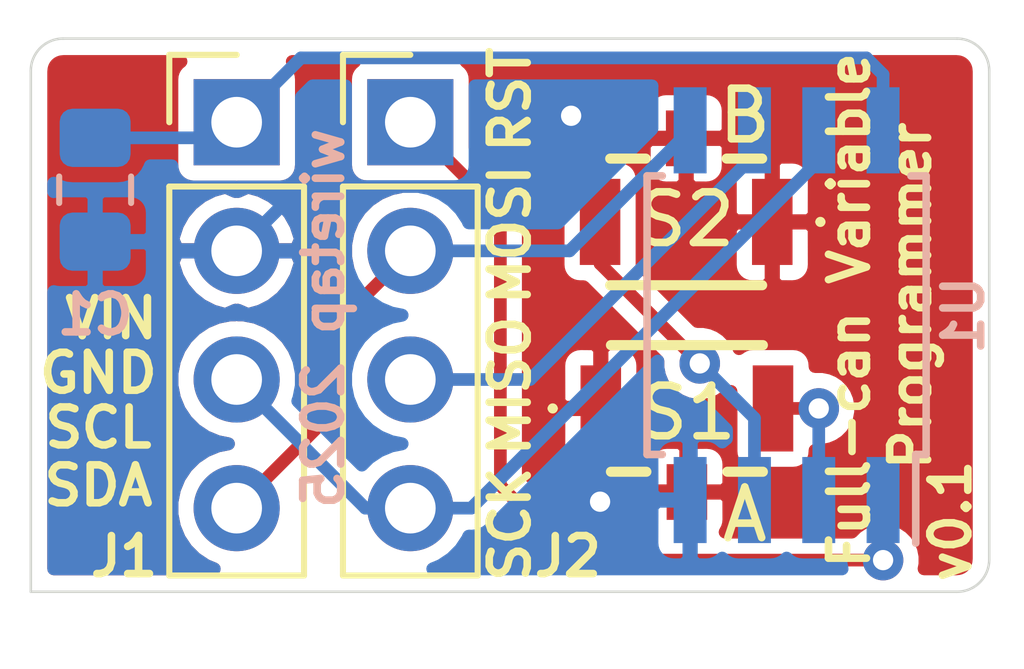
<source format=kicad_pcb>
(kicad_pcb (version 20171130) (host pcbnew "(5.1.6)-1")

  (general
    (thickness 1.6)
    (drawings 20)
    (tracks 42)
    (zones 0)
    (modules 6)
    (nets 9)
  )

  (page A4)
  (layers
    (0 F.Cu signal)
    (31 B.Cu signal)
    (32 B.Adhes user)
    (33 F.Adhes user)
    (34 B.Paste user)
    (35 F.Paste user)
    (36 B.SilkS user)
    (37 F.SilkS user)
    (38 B.Mask user)
    (39 F.Mask user)
    (40 Dwgs.User user)
    (41 Cmts.User user)
    (42 Eco1.User user)
    (43 Eco2.User user)
    (44 Edge.Cuts user)
    (45 Margin user)
    (46 B.CrtYd user)
    (47 F.CrtYd user)
    (48 B.Fab user)
    (49 F.Fab user)
  )

  (setup
    (last_trace_width 0.25)
    (trace_clearance 0.2)
    (zone_clearance 0.508)
    (zone_45_only no)
    (trace_min 0.2)
    (via_size 0.8)
    (via_drill 0.4)
    (via_min_size 0.4)
    (via_min_drill 0.3)
    (uvia_size 0.3)
    (uvia_drill 0.1)
    (uvias_allowed no)
    (uvia_min_size 0.2)
    (uvia_min_drill 0.1)
    (edge_width 0.05)
    (segment_width 0.2)
    (pcb_text_width 0.3)
    (pcb_text_size 1.5 1.5)
    (mod_edge_width 0.12)
    (mod_text_size 1 1)
    (mod_text_width 0.15)
    (pad_size 1.524 1.524)
    (pad_drill 0.762)
    (pad_to_mask_clearance 0.05)
    (aux_axis_origin 0 0)
    (visible_elements 7FFFFFFF)
    (pcbplotparams
      (layerselection 0x010fc_ffffffff)
      (usegerberextensions false)
      (usegerberattributes true)
      (usegerberadvancedattributes true)
      (creategerberjobfile true)
      (excludeedgelayer true)
      (linewidth 0.100000)
      (plotframeref false)
      (viasonmask false)
      (mode 1)
      (useauxorigin false)
      (hpglpennumber 1)
      (hpglpenspeed 20)
      (hpglpendiameter 15.000000)
      (psnegative false)
      (psa4output false)
      (plotreference true)
      (plotvalue true)
      (plotinvisibletext false)
      (padsonsilk false)
      (subtractmaskfromsilk false)
      (outputformat 1)
      (mirror false)
      (drillshape 0)
      (scaleselection 1)
      (outputdirectory "//server/personal/Charlie/~Retro/~PCB's and Kits/Full Can Variable Clock/full-can-programmer/gerbers/"))
  )

  (net 0 "")
  (net 1 /VIN)
  (net 2 GND)
  (net 3 /SW_A)
  (net 4 /SW_B)
  (net 5 /SCK)
  (net 6 /MOSI)
  (net 7 /RESET)
  (net 8 /MISO)

  (net_class Default "This is the default net class."
    (clearance 0.2)
    (trace_width 0.25)
    (via_dia 0.8)
    (via_drill 0.4)
    (uvia_dia 0.3)
    (uvia_drill 0.1)
    (add_net /MISO)
    (add_net /MOSI)
    (add_net /RESET)
    (add_net /SCK)
    (add_net /SW_A)
    (add_net /SW_B)
    (add_net /VIN)
    (add_net GND)
  )

  (module Capacitor_SMD:C_0805_2012Metric_Pad1.15x1.40mm_HandSolder (layer B.Cu) (tedit 5B36C52B) (tstamp 67809512)
    (at 145.288 85.217 270)
    (descr "Capacitor SMD 0805 (2012 Metric), square (rectangular) end terminal, IPC_7351 nominal with elongated pad for handsoldering. (Body size source: https://docs.google.com/spreadsheets/d/1BsfQQcO9C6DZCsRaXUlFlo91Tg2WpOkGARC1WS5S8t0/edit?usp=sharing), generated with kicad-footprint-generator")
    (tags "capacitor handsolder")
    (path /678074A0)
    (attr smd)
    (fp_text reference C1 (at 2.4675 0 180) (layer B.SilkS)
      (effects (font (size 0.75 0.75) (thickness 0.15)) (justify mirror))
    )
    (fp_text value 100nF (at 0 -1.65 270) (layer B.Fab)
      (effects (font (size 1 1) (thickness 0.15)) (justify mirror))
    )
    (fp_line (start 1.85 -0.95) (end -1.85 -0.95) (layer B.CrtYd) (width 0.05))
    (fp_line (start 1.85 0.95) (end 1.85 -0.95) (layer B.CrtYd) (width 0.05))
    (fp_line (start -1.85 0.95) (end 1.85 0.95) (layer B.CrtYd) (width 0.05))
    (fp_line (start -1.85 -0.95) (end -1.85 0.95) (layer B.CrtYd) (width 0.05))
    (fp_line (start -0.261252 -0.71) (end 0.261252 -0.71) (layer B.SilkS) (width 0.12))
    (fp_line (start -0.261252 0.71) (end 0.261252 0.71) (layer B.SilkS) (width 0.12))
    (fp_line (start 1 -0.6) (end -1 -0.6) (layer B.Fab) (width 0.1))
    (fp_line (start 1 0.6) (end 1 -0.6) (layer B.Fab) (width 0.1))
    (fp_line (start -1 0.6) (end 1 0.6) (layer B.Fab) (width 0.1))
    (fp_line (start -1 -0.6) (end -1 0.6) (layer B.Fab) (width 0.1))
    (fp_text user %R (at 0 0 270) (layer B.Fab)
      (effects (font (size 0.5 0.5) (thickness 0.08)) (justify mirror))
    )
    (pad 1 smd roundrect (at -1.025 0 270) (size 1.15 1.4) (layers B.Cu B.Paste B.Mask) (roundrect_rratio 0.217391)
      (net 1 /VIN))
    (pad 2 smd roundrect (at 1.025 0 270) (size 1.15 1.4) (layers B.Cu B.Paste B.Mask) (roundrect_rratio 0.217391)
      (net 2 GND))
    (model ${KISYS3DMOD}/Capacitor_SMD.3dshapes/C_0805_2012Metric.wrl
      (at (xyz 0 0 0))
      (scale (xyz 1 1 1))
      (rotate (xyz 0 0 0))
    )
  )

  (module Connector_PinHeader_2.54mm:PinHeader_1x04_P2.54mm_Vertical (layer F.Cu) (tedit 59FED5CC) (tstamp 6780952A)
    (at 148.082 83.8835)
    (descr "Through hole straight pin header, 1x04, 2.54mm pitch, single row")
    (tags "Through hole pin header THT 1x04 2.54mm single row")
    (path /6780361C)
    (fp_text reference J1 (at -2.2225 8.5725) (layer F.SilkS)
      (effects (font (size 0.75 0.75) (thickness 0.15)))
    )
    (fp_text value Conn_01x04 (at 0 9.95) (layer F.Fab)
      (effects (font (size 1 1) (thickness 0.15)))
    )
    (fp_line (start 1.8 -1.8) (end -1.8 -1.8) (layer F.CrtYd) (width 0.05))
    (fp_line (start 1.8 9.4) (end 1.8 -1.8) (layer F.CrtYd) (width 0.05))
    (fp_line (start -1.8 9.4) (end 1.8 9.4) (layer F.CrtYd) (width 0.05))
    (fp_line (start -1.8 -1.8) (end -1.8 9.4) (layer F.CrtYd) (width 0.05))
    (fp_line (start -1.33 -1.33) (end 0 -1.33) (layer F.SilkS) (width 0.12))
    (fp_line (start -1.33 0) (end -1.33 -1.33) (layer F.SilkS) (width 0.12))
    (fp_line (start -1.33 1.27) (end 1.33 1.27) (layer F.SilkS) (width 0.12))
    (fp_line (start 1.33 1.27) (end 1.33 8.95) (layer F.SilkS) (width 0.12))
    (fp_line (start -1.33 1.27) (end -1.33 8.95) (layer F.SilkS) (width 0.12))
    (fp_line (start -1.33 8.95) (end 1.33 8.95) (layer F.SilkS) (width 0.12))
    (fp_line (start -1.27 -0.635) (end -0.635 -1.27) (layer F.Fab) (width 0.1))
    (fp_line (start -1.27 8.89) (end -1.27 -0.635) (layer F.Fab) (width 0.1))
    (fp_line (start 1.27 8.89) (end -1.27 8.89) (layer F.Fab) (width 0.1))
    (fp_line (start 1.27 -1.27) (end 1.27 8.89) (layer F.Fab) (width 0.1))
    (fp_line (start -0.635 -1.27) (end 1.27 -1.27) (layer F.Fab) (width 0.1))
    (fp_text user %R (at 0 3.81 90) (layer F.Fab)
      (effects (font (size 1 1) (thickness 0.15)))
    )
    (pad 1 thru_hole rect (at 0 0) (size 1.7 1.7) (drill 1) (layers *.Cu *.Mask)
      (net 1 /VIN))
    (pad 2 thru_hole oval (at 0 2.54) (size 1.7 1.7) (drill 1) (layers *.Cu *.Mask)
      (net 2 GND))
    (pad 3 thru_hole oval (at 0 5.08) (size 1.7 1.7) (drill 1) (layers *.Cu *.Mask)
      (net 5 /SCK))
    (pad 4 thru_hole oval (at 0 7.62) (size 1.7 1.7) (drill 1) (layers *.Cu *.Mask)
      (net 6 /MOSI))
  )

  (module TL1017AABF260QG (layer F.Cu) (tedit 0) (tstamp 67809541)
    (at 156.972 89.535)
    (descr TL1017AABF260QG-1)
    (tags Switch)
    (path /678205E2)
    (attr smd)
    (fp_text reference S1 (at 0.010499 0.084499) (layer F.SilkS)
      (effects (font (size 1 1) (thickness 0.15)))
    )
    (fp_text value TL1017AABF260QG (at 0 0.475) (layer F.SilkS) hide
      (effects (font (size 1.27 1.27) (thickness 0.254)))
    )
    (fp_line (start 0.8 1.25) (end 1.5 1.25) (layer F.SilkS) (width 0.2))
    (fp_line (start -1.5 1.25) (end -0.8 1.25) (layer F.SilkS) (width 0.2))
    (fp_line (start -1.5 -1.25) (end 1.5 -1.25) (layer F.SilkS) (width 0.2))
    (fp_line (start -2.7 0) (end -2.7 0) (layer F.SilkS) (width 0.1))
    (fp_line (start -2.6 0) (end -2.6 0) (layer F.SilkS) (width 0.1))
    (fp_line (start -3.1 3.2) (end -3.1 -2.25) (layer F.CrtYd) (width 0.1))
    (fp_line (start 3.1 3.2) (end -3.1 3.2) (layer F.CrtYd) (width 0.1))
    (fp_line (start 3.1 -2.25) (end 3.1 3.2) (layer F.CrtYd) (width 0.1))
    (fp_line (start -3.1 -2.25) (end 3.1 -2.25) (layer F.CrtYd) (width 0.1))
    (fp_line (start -1.5 -1.25) (end -1.5 1.25) (layer F.Fab) (width 0.1))
    (fp_line (start 1.5 -1.25) (end -1.5 -1.25) (layer F.Fab) (width 0.1))
    (fp_line (start 1.5 1.25) (end 1.5 -1.25) (layer F.Fab) (width 0.1))
    (fp_line (start -1.5 1.25) (end 1.5 1.25) (layer F.Fab) (width 0.1))
    (fp_text user %R (at 0 0.475) (layer F.Fab)
      (effects (font (size 1.27 1.27) (thickness 0.254)))
    )
    (fp_arc (start -2.65 0) (end -2.6 0) (angle -180) (layer F.SilkS) (width 0.1))
    (fp_arc (start -2.65 0) (end -2.7 0) (angle -180) (layer F.SilkS) (width 0.1))
    (pad 1 smd rect (at -1.7 0) (size 0.8 1.7) (layers F.Cu F.Paste F.Mask)
      (net 2 GND))
    (pad 2 smd rect (at 1.7 0) (size 0.8 1.7) (layers F.Cu F.Paste F.Mask)
      (net 3 /SW_A))
    (pad G1 smd rect (at 0 1.65) (size 0.8 1.1) (layers F.Cu F.Paste F.Mask)
      (net 2 GND))
    (model TL1017AABF260QG.stp
      (at (xyz 0 0 0))
      (scale (xyz 1 1 1))
      (rotate (xyz 0 0 -180))
    )
    (model "C:/Users/wiretap/Downloads/Kicad Library Downloads/SamacSys_Parts.3dshapes/TL1017AABF260QG.stp"
      (at (xyz 0 0 0))
      (scale (xyz 1 1 1))
      (rotate (xyz 0 0 -180))
    )
  )

  (module TL1017AABF260QG (layer F.Cu) (tedit 0) (tstamp 67809558)
    (at 156.9575 85.852 180)
    (descr TL1017AABF260QG-1)
    (tags Switch)
    (path /678242E9)
    (attr smd)
    (fp_text reference S2 (at 0 0.049499) (layer F.SilkS)
      (effects (font (size 1 1) (thickness 0.15)))
    )
    (fp_text value TL1017AABF260QG (at 0 0.475) (layer F.SilkS) hide
      (effects (font (size 1.27 1.27) (thickness 0.254)))
    )
    (fp_line (start -1.5 1.25) (end 1.5 1.25) (layer F.Fab) (width 0.1))
    (fp_line (start 1.5 1.25) (end 1.5 -1.25) (layer F.Fab) (width 0.1))
    (fp_line (start 1.5 -1.25) (end -1.5 -1.25) (layer F.Fab) (width 0.1))
    (fp_line (start -1.5 -1.25) (end -1.5 1.25) (layer F.Fab) (width 0.1))
    (fp_line (start -3.1 -2.25) (end 3.1 -2.25) (layer F.CrtYd) (width 0.1))
    (fp_line (start 3.1 -2.25) (end 3.1 3.2) (layer F.CrtYd) (width 0.1))
    (fp_line (start 3.1 3.2) (end -3.1 3.2) (layer F.CrtYd) (width 0.1))
    (fp_line (start -3.1 3.2) (end -3.1 -2.25) (layer F.CrtYd) (width 0.1))
    (fp_line (start -2.6 0) (end -2.6 0) (layer F.SilkS) (width 0.1))
    (fp_line (start -2.7 0) (end -2.7 0) (layer F.SilkS) (width 0.1))
    (fp_line (start -1.5 -1.25) (end 1.5 -1.25) (layer F.SilkS) (width 0.2))
    (fp_line (start -1.5 1.25) (end -0.8 1.25) (layer F.SilkS) (width 0.2))
    (fp_line (start 0.8 1.25) (end 1.5 1.25) (layer F.SilkS) (width 0.2))
    (fp_arc (start -2.65 0) (end -2.7 0) (angle -180) (layer F.SilkS) (width 0.1))
    (fp_arc (start -2.65 0) (end -2.6 0) (angle -180) (layer F.SilkS) (width 0.1))
    (fp_text user %R (at 0 0.475) (layer F.Fab)
      (effects (font (size 1.27 1.27) (thickness 0.254)))
    )
    (pad G1 smd rect (at 0 1.65 180) (size 0.8 1.1) (layers F.Cu F.Paste F.Mask)
      (net 2 GND))
    (pad 2 smd rect (at 1.7 0 180) (size 0.8 1.7) (layers F.Cu F.Paste F.Mask)
      (net 4 /SW_B))
    (pad 1 smd rect (at -1.7 0 180) (size 0.8 1.7) (layers F.Cu F.Paste F.Mask)
      (net 2 GND))
    (model TL1017AABF260QG.stp
      (at (xyz 0 0 0))
      (scale (xyz 1 1 1))
      (rotate (xyz 0 0 -180))
    )
    (model "C:/Users/wiretap/Downloads/Kicad Library Downloads/SamacSys_Parts.3dshapes/TL1017AABF260QG.stp"
      (at (xyz 0 0 0))
      (scale (xyz 1 1 1))
      (rotate (xyz 0 0 -180))
    )
  )

  (module Package_SO:SOIJ-8_5.3x5.3mm_P1.27mm (layer B.Cu) (tedit 5A02F2D3) (tstamp 67809575)
    (at 158.9405 87.6935 90)
    (descr "8-Lead Plastic Small Outline (SM) - Medium, 5.28 mm Body [SOIC] (see Microchip Packaging Specification 00000049BS.pdf)")
    (tags "SOIC 1.27")
    (path /678046C5)
    (attr smd)
    (fp_text reference U1 (at 0 3.4925 270) (layer B.SilkS)
      (effects (font (size 0.75 0.75) (thickness 0.15)) (justify mirror))
    )
    (fp_text value ATtiny85-20SU (at 0 -3.68 270) (layer B.Fab) hide
      (effects (font (size 1 1) (thickness 0.15)) (justify mirror))
    )
    (fp_line (start -2.75 2.55) (end -4.5 2.55) (layer B.SilkS) (width 0.15))
    (fp_line (start -2.75 -2.755) (end 2.75 -2.755) (layer B.SilkS) (width 0.15))
    (fp_line (start -2.75 2.755) (end 2.75 2.755) (layer B.SilkS) (width 0.15))
    (fp_line (start -2.75 -2.755) (end -2.75 -2.455) (layer B.SilkS) (width 0.15))
    (fp_line (start 2.75 -2.755) (end 2.75 -2.455) (layer B.SilkS) (width 0.15))
    (fp_line (start 2.75 2.755) (end 2.75 2.455) (layer B.SilkS) (width 0.15))
    (fp_line (start -2.75 2.755) (end -2.75 2.55) (layer B.SilkS) (width 0.15))
    (fp_line (start -4.75 -2.95) (end 4.75 -2.95) (layer B.CrtYd) (width 0.05))
    (fp_line (start -4.75 2.95) (end 4.75 2.95) (layer B.CrtYd) (width 0.05))
    (fp_line (start 4.75 2.95) (end 4.75 -2.95) (layer B.CrtYd) (width 0.05))
    (fp_line (start -4.75 2.95) (end -4.75 -2.95) (layer B.CrtYd) (width 0.05))
    (fp_line (start -2.65 1.65) (end -1.65 2.65) (layer B.Fab) (width 0.15))
    (fp_line (start -2.65 -2.65) (end -2.65 1.65) (layer B.Fab) (width 0.15))
    (fp_line (start 2.65 -2.65) (end -2.65 -2.65) (layer B.Fab) (width 0.15))
    (fp_line (start 2.65 2.65) (end 2.65 -2.65) (layer B.Fab) (width 0.15))
    (fp_line (start -1.65 2.65) (end 2.65 2.65) (layer B.Fab) (width 0.15))
    (fp_text user %R (at 0 0 270) (layer B.Fab)
      (effects (font (size 1 1) (thickness 0.15)) (justify mirror))
    )
    (pad 1 smd rect (at -3.65 1.905 90) (size 1.7 0.65) (layers B.Cu B.Paste B.Mask)
      (net 7 /RESET))
    (pad 2 smd rect (at -3.65 0.635 90) (size 1.7 0.65) (layers B.Cu B.Paste B.Mask)
      (net 3 /SW_A))
    (pad 3 smd rect (at -3.65 -0.635 90) (size 1.7 0.65) (layers B.Cu B.Paste B.Mask)
      (net 4 /SW_B))
    (pad 4 smd rect (at -3.65 -1.905 90) (size 1.7 0.65) (layers B.Cu B.Paste B.Mask)
      (net 2 GND))
    (pad 5 smd rect (at 3.65 -1.905 90) (size 1.7 0.65) (layers B.Cu B.Paste B.Mask)
      (net 6 /MOSI))
    (pad 6 smd rect (at 3.65 -0.635 90) (size 1.7 0.65) (layers B.Cu B.Paste B.Mask)
      (net 8 /MISO))
    (pad 7 smd rect (at 3.65 0.635 90) (size 1.7 0.65) (layers B.Cu B.Paste B.Mask)
      (net 5 /SCK))
    (pad 8 smd rect (at 3.65 1.905 90) (size 1.7 0.65) (layers B.Cu B.Paste B.Mask)
      (net 1 /VIN))
    (model ${KISYS3DMOD}/Package_SO.3dshapes/SOIJ-8_5.3x5.3mm_P1.27mm.wrl
      (at (xyz 0 0 0))
      (scale (xyz 1 1 1))
      (rotate (xyz 0 0 0))
    )
  )

  (module Connector_PinHeader_2.54mm:PinHeader_1x04_P2.54mm_Vertical (layer F.Cu) (tedit 59FED5CC) (tstamp 67813548)
    (at 151.511 83.8835)
    (descr "Through hole straight pin header, 1x04, 2.54mm pitch, single row")
    (tags "Through hole pin header THT 1x04 2.54mm single row")
    (path /6781410F)
    (fp_text reference J2 (at 3.1115 8.5725) (layer F.SilkS)
      (effects (font (size 0.75 0.75) (thickness 0.15)))
    )
    (fp_text value Conn_01x04 (at 0 9.95) (layer F.Fab)
      (effects (font (size 1 1) (thickness 0.15)))
    )
    (fp_line (start 1.8 -1.8) (end -1.8 -1.8) (layer F.CrtYd) (width 0.05))
    (fp_line (start 1.8 9.4) (end 1.8 -1.8) (layer F.CrtYd) (width 0.05))
    (fp_line (start -1.8 9.4) (end 1.8 9.4) (layer F.CrtYd) (width 0.05))
    (fp_line (start -1.8 -1.8) (end -1.8 9.4) (layer F.CrtYd) (width 0.05))
    (fp_line (start -1.33 -1.33) (end 0 -1.33) (layer F.SilkS) (width 0.12))
    (fp_line (start -1.33 0) (end -1.33 -1.33) (layer F.SilkS) (width 0.12))
    (fp_line (start -1.33 1.27) (end 1.33 1.27) (layer F.SilkS) (width 0.12))
    (fp_line (start 1.33 1.27) (end 1.33 8.95) (layer F.SilkS) (width 0.12))
    (fp_line (start -1.33 1.27) (end -1.33 8.95) (layer F.SilkS) (width 0.12))
    (fp_line (start -1.33 8.95) (end 1.33 8.95) (layer F.SilkS) (width 0.12))
    (fp_line (start -1.27 -0.635) (end -0.635 -1.27) (layer F.Fab) (width 0.1))
    (fp_line (start -1.27 8.89) (end -1.27 -0.635) (layer F.Fab) (width 0.1))
    (fp_line (start 1.27 8.89) (end -1.27 8.89) (layer F.Fab) (width 0.1))
    (fp_line (start 1.27 -1.27) (end 1.27 8.89) (layer F.Fab) (width 0.1))
    (fp_line (start -0.635 -1.27) (end 1.27 -1.27) (layer F.Fab) (width 0.1))
    (fp_text user %R (at 0 3.81 90) (layer F.Fab)
      (effects (font (size 1 1) (thickness 0.15)))
    )
    (pad 1 thru_hole rect (at 0 0) (size 1.7 1.7) (drill 1) (layers *.Cu *.Mask)
      (net 7 /RESET))
    (pad 2 thru_hole oval (at 0 2.54) (size 1.7 1.7) (drill 1) (layers *.Cu *.Mask)
      (net 6 /MOSI))
    (pad 3 thru_hole oval (at 0 5.08) (size 1.7 1.7) (drill 1) (layers *.Cu *.Mask)
      (net 8 /MISO))
    (pad 4 thru_hole oval (at 0 7.62) (size 1.7 1.7) (drill 1) (layers *.Cu *.Mask)
      (net 5 /SCK))
    (model ${KISYS3DMOD}/Connector_PinHeader_2.54mm.3dshapes/PinHeader_1x04_P2.54mm_Vertical.step
      (at (xyz 0 0 0))
      (scale (xyz 1 1 1))
      (rotate (xyz 0 0 0))
    )
  )

  (gr_text v0.1 (at 162.179 91.7575 90) (layer F.SilkS)
    (effects (font (size 0.75 0.75) (thickness 0.15)))
  )
  (gr_text RST (at 153.4795 83.439 90) (layer F.SilkS)
    (effects (font (size 0.75 0.75) (thickness 0.15)))
  )
  (gr_text MOSI (at 153.4795 86.106 90) (layer F.SilkS)
    (effects (font (size 0.75 0.75) (thickness 0.15)))
  )
  (gr_text MISO (at 153.4795 89.0905 90) (layer F.SilkS)
    (effects (font (size 0.75 0.75) (thickness 0.15)))
  )
  (gr_text SCK (at 153.4795 91.821 90) (layer F.SilkS)
    (effects (font (size 0.75 0.75) (thickness 0.15)))
  )
  (gr_text "Full-can Variable \nProgrammer" (at 160.782 87.3125 90) (layer F.SilkS)
    (effects (font (size 0.75 0.75) (thickness 0.15)))
  )
  (gr_text "wiretap 2025" (at 149.7965 87.757 90) (layer B.SilkS)
    (effects (font (size 0.75 0.75) (thickness 0.15)) (justify mirror))
  )
  (gr_text VIN (at 145.6055 87.757) (layer F.SilkS)
    (effects (font (size 0.75 0.75) (thickness 0.15)))
  )
  (gr_text B (at 158.115 83.7565) (layer F.SilkS)
    (effects (font (size 1 1) (thickness 0.15)))
  )
  (gr_text A (at 158.115 91.6305) (layer F.SilkS)
    (effects (font (size 1 1) (thickness 0.15)))
  )
  (gr_text SDA (at 145.3515 91.059) (layer F.SilkS)
    (effects (font (size 0.75 0.75) (thickness 0.15)))
  )
  (gr_text SCL (at 145.3515 89.916) (layer F.SilkS)
    (effects (font (size 0.75 0.75) (thickness 0.15)))
  )
  (gr_text GND (at 145.3515 88.8365) (layer F.SilkS)
    (effects (font (size 0.75 0.75) (thickness 0.15)))
  )
  (gr_line (start 144.653 82.2325) (end 162.306 82.2325) (layer Edge.Cuts) (width 0.05) (tstamp 678035D8))
  (gr_arc (start 162.306 82.8675) (end 162.941 82.8675) (angle -90) (layer Edge.Cuts) (width 0.05) (tstamp 678035D7))
  (gr_line (start 162.306 93.1545) (end 144.018 93.1545) (layer Edge.Cuts) (width 0.05) (tstamp 678035D6))
  (gr_arc (start 162.306 92.5195) (end 162.306 93.1545) (angle -90) (layer Edge.Cuts) (width 0.05) (tstamp 678035D5))
  (gr_line (start 144.018 93.1545) (end 144.018 82.8675) (layer Edge.Cuts) (width 0.05) (tstamp 678035D4))
  (gr_arc (start 144.653 82.8675) (end 144.653 82.2325) (angle -90) (layer Edge.Cuts) (width 0.05) (tstamp 678035D3))
  (gr_line (start 162.941 82.8675) (end 162.941 92.5195) (layer Edge.Cuts) (width 0.05) (tstamp 678035D2))

  (segment (start 147.7735 84.192) (end 148.082 83.8835) (width 0.25) (layer B.Cu) (net 1))
  (segment (start 145.288 84.192) (end 147.7735 84.192) (width 0.25) (layer B.Cu) (net 1))
  (segment (start 160.5155 82.6135) (end 149.352 82.6135) (width 0.25) (layer B.Cu) (net 1))
  (segment (start 149.352 82.6135) (end 148.082 83.8835) (width 0.25) (layer B.Cu) (net 1))
  (segment (start 160.8455 84.0435) (end 160.8455 82.9435) (width 0.25) (layer B.Cu) (net 1))
  (segment (start 160.8455 82.9435) (end 160.5155 82.6135) (width 0.25) (layer B.Cu) (net 1))
  (via (at 155.2575 91.3765) (size 0.8) (drill 0.4) (layers F.Cu B.Cu) (net 2))
  (segment (start 157.0355 91.3435) (end 155.2905 91.3435) (width 0.25) (layer B.Cu) (net 2))
  (segment (start 155.2905 91.3435) (end 155.2575 91.3765) (width 0.25) (layer B.Cu) (net 2))
  (via (at 154.686 83.7565) (size 0.8) (drill 0.4) (layers F.Cu B.Cu) (net 2))
  (segment (start 156.9575 84.202) (end 155.1315 84.202) (width 0.25) (layer F.Cu) (net 2))
  (segment (start 155.1315 84.202) (end 154.686 83.7565) (width 0.25) (layer F.Cu) (net 2))
  (segment (start 149.352 85.1535) (end 148.082 86.4235) (width 0.25) (layer B.Cu) (net 2))
  (segment (start 154.686 83.7565) (end 153.289 85.1535) (width 0.25) (layer B.Cu) (net 2))
  (segment (start 153.289 85.1535) (end 149.352 85.1535) (width 0.25) (layer B.Cu) (net 2))
  (via (at 159.5755 89.535) (size 0.8) (drill 0.4) (layers F.Cu B.Cu) (net 3))
  (segment (start 158.672 89.535) (end 159.5755 89.535) (width 0.25) (layer F.Cu) (net 3))
  (segment (start 159.5755 89.535) (end 159.5755 91.3435) (width 0.25) (layer B.Cu) (net 3))
  (via (at 157.226 88.646) (size 0.8) (drill 0.4) (layers F.Cu B.Cu) (net 4))
  (segment (start 158.3055 91.3435) (end 158.3055 89.7255) (width 0.25) (layer B.Cu) (net 4))
  (segment (start 158.3055 89.7255) (end 157.226 88.646) (width 0.25) (layer B.Cu) (net 4))
  (segment (start 155.2575 86.6775) (end 155.2575 85.852) (width 0.25) (layer F.Cu) (net 4))
  (segment (start 157.226 88.646) (end 155.2575 86.6775) (width 0.25) (layer F.Cu) (net 4))
  (segment (start 159.5755 84.641081) (end 159.5755 84.0435) (width 0.25) (layer B.Cu) (net 5))
  (segment (start 152.713081 91.5035) (end 159.5755 84.641081) (width 0.25) (layer B.Cu) (net 5))
  (segment (start 151.511 91.5035) (end 152.713081 91.5035) (width 0.25) (layer B.Cu) (net 5))
  (segment (start 150.622 91.5035) (end 151.511 91.5035) (width 0.25) (layer B.Cu) (net 5))
  (segment (start 148.082 88.9635) (end 150.622 91.5035) (width 0.25) (layer B.Cu) (net 5))
  (segment (start 154.6555 86.4235) (end 157.0355 84.0435) (width 0.25) (layer B.Cu) (net 6))
  (segment (start 151.511 86.4235) (end 154.6555 86.4235) (width 0.25) (layer B.Cu) (net 6))
  (segment (start 149.7965 88.138) (end 151.511 86.4235) (width 0.25) (layer F.Cu) (net 6))
  (segment (start 148.082 91.5035) (end 149.7965 89.789) (width 0.25) (layer F.Cu) (net 6))
  (segment (start 149.7965 89.789) (end 149.7965 88.138) (width 0.25) (layer F.Cu) (net 6))
  (segment (start 151.511 83.8835) (end 153.289 85.6615) (width 0.25) (layer F.Cu) (net 7))
  (segment (start 153.289 85.6615) (end 153.289 91.059) (width 0.25) (layer F.Cu) (net 7))
  (segment (start 153.289 91.059) (end 154.7595 92.5295) (width 0.25) (layer F.Cu) (net 7))
  (via (at 160.8455 92.5295) (size 0.8) (drill 0.4) (layers F.Cu B.Cu) (net 7))
  (segment (start 154.7595 92.5295) (end 160.8455 92.5295) (width 0.25) (layer F.Cu) (net 7))
  (segment (start 160.8455 92.5295) (end 160.8455 91.3435) (width 0.25) (layer B.Cu) (net 7))
  (segment (start 158.3055 84.533502) (end 158.3055 84.0435) (width 0.25) (layer B.Cu) (net 8))
  (segment (start 153.875502 88.9635) (end 158.3055 84.533502) (width 0.25) (layer B.Cu) (net 8))
  (segment (start 151.511 88.9635) (end 153.875502 88.9635) (width 0.25) (layer B.Cu) (net 8))

  (zone (net 2) (net_name GND) (layer F.Cu) (tstamp 6781391A) (hatch edge 0.508)
    (connect_pads (clearance 0.3))
    (min_thickness 0.254)
    (fill yes (arc_segments 32) (thermal_gap 0.3) (thermal_bridge_width 0.3))
    (polygon
      (pts
        (xy 163.6395 93.98) (xy 143.4465 93.98) (xy 143.4465 81.4705) (xy 163.6395 81.4705)
      )
    )
    (filled_polygon
      (pts
        (xy 146.928605 82.730105) (xy 146.875245 82.795124) (xy 146.835595 82.869304) (xy 146.811178 82.949793) (xy 146.802934 83.0335)
        (xy 146.802934 84.7335) (xy 146.811178 84.817207) (xy 146.835595 84.897696) (xy 146.875245 84.971876) (xy 146.928605 85.036895)
        (xy 146.993624 85.090255) (xy 147.067804 85.129905) (xy 147.148293 85.154322) (xy 147.232 85.162566) (xy 148.058998 85.162566)
        (xy 148.058998 85.253455) (xy 147.859549 85.166023) (xy 147.618502 85.233583) (xy 147.395267 85.346871) (xy 147.198422 85.501533)
        (xy 147.035533 85.691626) (xy 146.912859 85.909844) (xy 146.835114 86.147802) (xy 146.824524 86.201049) (xy 146.911976 86.4005)
        (xy 148.059 86.4005) (xy 148.059 86.3805) (xy 148.105 86.3805) (xy 148.105 86.4005) (xy 149.252024 86.4005)
        (xy 149.339476 86.201049) (xy 149.328886 86.147802) (xy 149.251141 85.909844) (xy 149.128467 85.691626) (xy 148.965578 85.501533)
        (xy 148.768733 85.346871) (xy 148.545498 85.233583) (xy 148.304451 85.166023) (xy 148.105002 85.253455) (xy 148.105002 85.162566)
        (xy 148.932 85.162566) (xy 149.015707 85.154322) (xy 149.096196 85.129905) (xy 149.170376 85.090255) (xy 149.235395 85.036895)
        (xy 149.288755 84.971876) (xy 149.328405 84.897696) (xy 149.352822 84.817207) (xy 149.361066 84.7335) (xy 149.361066 83.0335)
        (xy 149.352822 82.949793) (xy 149.328405 82.869304) (xy 149.288755 82.795124) (xy 149.235395 82.730105) (xy 149.179825 82.6845)
        (xy 150.413175 82.6845) (xy 150.357605 82.730105) (xy 150.304245 82.795124) (xy 150.264595 82.869304) (xy 150.240178 82.949793)
        (xy 150.231934 83.0335) (xy 150.231934 84.7335) (xy 150.240178 84.817207) (xy 150.264595 84.897696) (xy 150.304245 84.971876)
        (xy 150.357605 85.036895) (xy 150.422624 85.090255) (xy 150.496804 85.129905) (xy 150.577293 85.154322) (xy 150.661 85.162566)
        (xy 151.304456 85.162566) (xy 151.138513 85.195574) (xy 150.906114 85.291837) (xy 150.69696 85.431589) (xy 150.519089 85.60946)
        (xy 150.379337 85.818614) (xy 150.283074 86.051013) (xy 150.234 86.297726) (xy 150.234 86.549274) (xy 150.283074 86.795987)
        (xy 150.304981 86.848874) (xy 149.425352 87.728504) (xy 149.40429 87.745789) (xy 149.34556 87.817352) (xy 149.335309 87.829843)
        (xy 149.284052 87.925738) (xy 149.252489 88.02979) (xy 149.24183 88.138) (xy 149.244501 88.165116) (xy 149.244501 88.433063)
        (xy 149.213663 88.358614) (xy 149.073911 88.14946) (xy 148.89604 87.971589) (xy 148.686886 87.831837) (xy 148.454487 87.735574)
        (xy 148.207774 87.6865) (xy 148.105002 87.6865) (xy 148.105002 87.593545) (xy 148.304451 87.680977) (xy 148.545498 87.613417)
        (xy 148.768733 87.500129) (xy 148.965578 87.345467) (xy 149.128467 87.155374) (xy 149.251141 86.937156) (xy 149.328886 86.699198)
        (xy 149.339476 86.645951) (xy 149.252024 86.4465) (xy 148.105 86.4465) (xy 148.105 86.4665) (xy 148.059 86.4665)
        (xy 148.059 86.4465) (xy 146.911976 86.4465) (xy 146.824524 86.645951) (xy 146.835114 86.699198) (xy 146.912859 86.937156)
        (xy 147.035533 87.155374) (xy 147.198422 87.345467) (xy 147.395267 87.500129) (xy 147.618502 87.613417) (xy 147.859549 87.680977)
        (xy 148.058998 87.593545) (xy 148.058998 87.6865) (xy 147.956226 87.6865) (xy 147.709513 87.735574) (xy 147.477114 87.831837)
        (xy 147.26796 87.971589) (xy 147.090089 88.14946) (xy 146.950337 88.358614) (xy 146.854074 88.591013) (xy 146.805 88.837726)
        (xy 146.805 89.089274) (xy 146.854074 89.335987) (xy 146.950337 89.568386) (xy 147.090089 89.77754) (xy 147.26796 89.955411)
        (xy 147.477114 90.095163) (xy 147.709513 90.191426) (xy 147.921034 90.2335) (xy 147.709513 90.275574) (xy 147.477114 90.371837)
        (xy 147.26796 90.511589) (xy 147.090089 90.68946) (xy 146.950337 90.898614) (xy 146.854074 91.131013) (xy 146.805 91.377726)
        (xy 146.805 91.629274) (xy 146.854074 91.875987) (xy 146.950337 92.108386) (xy 147.090089 92.31754) (xy 147.26796 92.495411)
        (xy 147.477114 92.635163) (xy 147.63968 92.7025) (xy 144.47 92.7025) (xy 144.47 82.889606) (xy 144.475611 82.832374)
        (xy 144.485811 82.798592) (xy 144.502381 82.767429) (xy 144.524687 82.740079) (xy 144.551881 82.717582) (xy 144.582924 82.700798)
        (xy 144.616637 82.690362) (xy 144.672404 82.6845) (xy 146.984175 82.6845)
      )
    )
    (filled_polygon
      (pts
        (xy 162.341126 82.690111) (xy 162.374908 82.700311) (xy 162.406071 82.716881) (xy 162.433421 82.739187) (xy 162.455918 82.766381)
        (xy 162.472702 82.797424) (xy 162.483138 82.831137) (xy 162.489 82.886904) (xy 162.489001 92.497384) (xy 162.483389 92.554627)
        (xy 162.473189 92.588409) (xy 162.456619 92.619571) (xy 162.434313 92.646921) (xy 162.407121 92.669416) (xy 162.376077 92.686202)
        (xy 162.342362 92.696638) (xy 162.286596 92.7025) (xy 161.65429 92.7025) (xy 161.6725 92.610952) (xy 161.6725 92.448048)
        (xy 161.640718 92.288273) (xy 161.578377 92.137769) (xy 161.487872 92.002319) (xy 161.372681 91.887128) (xy 161.237231 91.796623)
        (xy 161.086727 91.734282) (xy 160.926952 91.7025) (xy 160.764048 91.7025) (xy 160.604273 91.734282) (xy 160.453769 91.796623)
        (xy 160.318319 91.887128) (xy 160.227947 91.9775) (xy 157.725371 91.9775) (xy 157.728755 91.973376) (xy 157.768405 91.899196)
        (xy 157.792822 91.818707) (xy 157.801066 91.735) (xy 157.799 91.31475) (xy 157.69225 91.208) (xy 156.995 91.208)
        (xy 156.995 91.228) (xy 156.949 91.228) (xy 156.949 91.208) (xy 156.25175 91.208) (xy 156.145 91.31475)
        (xy 156.142934 91.735) (xy 156.151178 91.818707) (xy 156.175595 91.899196) (xy 156.215245 91.973376) (xy 156.218629 91.9775)
        (xy 154.988146 91.9775) (xy 153.841 90.830356) (xy 153.841 90.385) (xy 154.442934 90.385) (xy 154.451178 90.468707)
        (xy 154.475595 90.549196) (xy 154.515245 90.623376) (xy 154.568605 90.688395) (xy 154.633624 90.741755) (xy 154.707804 90.781405)
        (xy 154.788293 90.805822) (xy 154.872 90.814066) (xy 155.14225 90.812) (xy 155.249 90.70525) (xy 155.249 89.558)
        (xy 155.295 89.558) (xy 155.295 90.70525) (xy 155.40175 90.812) (xy 155.672 90.814066) (xy 155.755707 90.805822)
        (xy 155.836196 90.781405) (xy 155.910376 90.741755) (xy 155.975395 90.688395) (xy 156.019215 90.635) (xy 156.142934 90.635)
        (xy 156.145 91.05525) (xy 156.25175 91.162) (xy 156.949 91.162) (xy 156.949 90.31475) (xy 156.995 90.31475)
        (xy 156.995 91.162) (xy 157.69225 91.162) (xy 157.799 91.05525) (xy 157.801066 90.635) (xy 157.792822 90.551293)
        (xy 157.768405 90.470804) (xy 157.728755 90.396624) (xy 157.675395 90.331605) (xy 157.610376 90.278245) (xy 157.536196 90.238595)
        (xy 157.455707 90.214178) (xy 157.372 90.205934) (xy 157.10175 90.208) (xy 156.995 90.31475) (xy 156.949 90.31475)
        (xy 156.84225 90.208) (xy 156.572 90.205934) (xy 156.488293 90.214178) (xy 156.407804 90.238595) (xy 156.333624 90.278245)
        (xy 156.268605 90.331605) (xy 156.215245 90.396624) (xy 156.175595 90.470804) (xy 156.151178 90.551293) (xy 156.142934 90.635)
        (xy 156.019215 90.635) (xy 156.028755 90.623376) (xy 156.068405 90.549196) (xy 156.092822 90.468707) (xy 156.101066 90.385)
        (xy 156.099 89.66475) (xy 155.99225 89.558) (xy 155.295 89.558) (xy 155.249 89.558) (xy 154.55175 89.558)
        (xy 154.445 89.66475) (xy 154.442934 90.385) (xy 153.841 90.385) (xy 153.841 88.685) (xy 154.442934 88.685)
        (xy 154.445 89.40525) (xy 154.55175 89.512) (xy 155.249 89.512) (xy 155.249 88.36475) (xy 155.295 88.36475)
        (xy 155.295 89.512) (xy 155.99225 89.512) (xy 156.099 89.40525) (xy 156.101066 88.685) (xy 156.092822 88.601293)
        (xy 156.068405 88.520804) (xy 156.028755 88.446624) (xy 155.975395 88.381605) (xy 155.910376 88.328245) (xy 155.836196 88.288595)
        (xy 155.755707 88.264178) (xy 155.672 88.255934) (xy 155.40175 88.258) (xy 155.295 88.36475) (xy 155.249 88.36475)
        (xy 155.14225 88.258) (xy 154.872 88.255934) (xy 154.788293 88.264178) (xy 154.707804 88.288595) (xy 154.633624 88.328245)
        (xy 154.568605 88.381605) (xy 154.515245 88.446624) (xy 154.475595 88.520804) (xy 154.451178 88.601293) (xy 154.442934 88.685)
        (xy 153.841 88.685) (xy 153.841 85.688608) (xy 153.84367 85.6615) (xy 153.833012 85.553289) (xy 153.801448 85.449237)
        (xy 153.750191 85.353342) (xy 153.698492 85.290346) (xy 153.698491 85.290345) (xy 153.681211 85.269289) (xy 153.660154 85.252008)
        (xy 153.410146 85.002) (xy 154.428434 85.002) (xy 154.428434 86.702) (xy 154.436678 86.785707) (xy 154.461095 86.866196)
        (xy 154.500745 86.940376) (xy 154.554105 87.005395) (xy 154.619124 87.058755) (xy 154.693304 87.098405) (xy 154.773793 87.122822)
        (xy 154.8575 87.131066) (xy 154.930422 87.131066) (xy 156.399 88.599646) (xy 156.399 88.727452) (xy 156.430782 88.887227)
        (xy 156.493123 89.037731) (xy 156.583628 89.173181) (xy 156.698819 89.288372) (xy 156.834269 89.378877) (xy 156.984773 89.441218)
        (xy 157.144548 89.473) (xy 157.307452 89.473) (xy 157.467227 89.441218) (xy 157.617731 89.378877) (xy 157.753181 89.288372)
        (xy 157.842934 89.198619) (xy 157.842934 90.385) (xy 157.851178 90.468707) (xy 157.875595 90.549196) (xy 157.915245 90.623376)
        (xy 157.968605 90.688395) (xy 158.033624 90.741755) (xy 158.107804 90.781405) (xy 158.188293 90.805822) (xy 158.272 90.814066)
        (xy 159.072 90.814066) (xy 159.155707 90.805822) (xy 159.236196 90.781405) (xy 159.310376 90.741755) (xy 159.375395 90.688395)
        (xy 159.428755 90.623376) (xy 159.468405 90.549196) (xy 159.492822 90.468707) (xy 159.501066 90.385) (xy 159.501066 90.362)
        (xy 159.656952 90.362) (xy 159.816727 90.330218) (xy 159.967231 90.267877) (xy 160.102681 90.177372) (xy 160.217872 90.062181)
        (xy 160.308377 89.926731) (xy 160.370718 89.776227) (xy 160.4025 89.616452) (xy 160.4025 89.453548) (xy 160.370718 89.293773)
        (xy 160.308377 89.143269) (xy 160.217872 89.007819) (xy 160.102681 88.892628) (xy 159.967231 88.802123) (xy 159.816727 88.739782)
        (xy 159.656952 88.708) (xy 159.501066 88.708) (xy 159.501066 88.685) (xy 159.492822 88.601293) (xy 159.468405 88.520804)
        (xy 159.428755 88.446624) (xy 159.375395 88.381605) (xy 159.310376 88.328245) (xy 159.236196 88.288595) (xy 159.155707 88.264178)
        (xy 159.072 88.255934) (xy 158.272 88.255934) (xy 158.188293 88.264178) (xy 158.107804 88.288595) (xy 158.033624 88.328245)
        (xy 158.000708 88.355258) (xy 157.958877 88.254269) (xy 157.868372 88.118819) (xy 157.753181 88.003628) (xy 157.617731 87.913123)
        (xy 157.467227 87.850782) (xy 157.307452 87.819) (xy 157.179646 87.819) (xy 156.084421 86.723777) (xy 156.086566 86.702)
        (xy 157.828434 86.702) (xy 157.836678 86.785707) (xy 157.861095 86.866196) (xy 157.900745 86.940376) (xy 157.954105 87.005395)
        (xy 158.019124 87.058755) (xy 158.093304 87.098405) (xy 158.173793 87.122822) (xy 158.2575 87.131066) (xy 158.52775 87.129)
        (xy 158.6345 87.02225) (xy 158.6345 85.875) (xy 158.6805 85.875) (xy 158.6805 87.02225) (xy 158.78725 87.129)
        (xy 159.0575 87.131066) (xy 159.141207 87.122822) (xy 159.221696 87.098405) (xy 159.295876 87.058755) (xy 159.360895 87.005395)
        (xy 159.414255 86.940376) (xy 159.453905 86.866196) (xy 159.478322 86.785707) (xy 159.486566 86.702) (xy 159.4845 85.98175)
        (xy 159.37775 85.875) (xy 158.6805 85.875) (xy 158.6345 85.875) (xy 157.93725 85.875) (xy 157.8305 85.98175)
        (xy 157.828434 86.702) (xy 156.086566 86.702) (xy 156.086566 85.002) (xy 156.078322 84.918293) (xy 156.053905 84.837804)
        (xy 156.014255 84.763624) (xy 156.004716 84.752) (xy 156.128434 84.752) (xy 156.136678 84.835707) (xy 156.161095 84.916196)
        (xy 156.200745 84.990376) (xy 156.254105 85.055395) (xy 156.319124 85.108755) (xy 156.393304 85.148405) (xy 156.473793 85.172822)
        (xy 156.5575 85.181066) (xy 156.82775 85.179) (xy 156.9345 85.07225) (xy 156.9345 84.225) (xy 156.9805 84.225)
        (xy 156.9805 85.07225) (xy 157.08725 85.179) (xy 157.3575 85.181066) (xy 157.441207 85.172822) (xy 157.521696 85.148405)
        (xy 157.595876 85.108755) (xy 157.660895 85.055395) (xy 157.704715 85.002) (xy 157.828434 85.002) (xy 157.8305 85.72225)
        (xy 157.93725 85.829) (xy 158.6345 85.829) (xy 158.6345 84.68175) (xy 158.6805 84.68175) (xy 158.6805 85.829)
        (xy 159.37775 85.829) (xy 159.4845 85.72225) (xy 159.486566 85.002) (xy 159.478322 84.918293) (xy 159.453905 84.837804)
        (xy 159.414255 84.763624) (xy 159.360895 84.698605) (xy 159.295876 84.645245) (xy 159.221696 84.605595) (xy 159.141207 84.581178)
        (xy 159.0575 84.572934) (xy 158.78725 84.575) (xy 158.6805 84.68175) (xy 158.6345 84.68175) (xy 158.52775 84.575)
        (xy 158.2575 84.572934) (xy 158.173793 84.581178) (xy 158.093304 84.605595) (xy 158.019124 84.645245) (xy 157.954105 84.698605)
        (xy 157.900745 84.763624) (xy 157.861095 84.837804) (xy 157.836678 84.918293) (xy 157.828434 85.002) (xy 157.704715 85.002)
        (xy 157.714255 84.990376) (xy 157.753905 84.916196) (xy 157.778322 84.835707) (xy 157.786566 84.752) (xy 157.7845 84.33175)
        (xy 157.67775 84.225) (xy 156.9805 84.225) (xy 156.9345 84.225) (xy 156.23725 84.225) (xy 156.1305 84.33175)
        (xy 156.128434 84.752) (xy 156.004716 84.752) (xy 155.960895 84.698605) (xy 155.895876 84.645245) (xy 155.821696 84.605595)
        (xy 155.741207 84.581178) (xy 155.6575 84.572934) (xy 154.8575 84.572934) (xy 154.773793 84.581178) (xy 154.693304 84.605595)
        (xy 154.619124 84.645245) (xy 154.554105 84.698605) (xy 154.500745 84.763624) (xy 154.461095 84.837804) (xy 154.436678 84.918293)
        (xy 154.428434 85.002) (xy 153.410146 85.002) (xy 152.790066 84.381921) (xy 152.790066 83.652) (xy 156.128434 83.652)
        (xy 156.1305 84.07225) (xy 156.23725 84.179) (xy 156.9345 84.179) (xy 156.9345 83.33175) (xy 156.9805 83.33175)
        (xy 156.9805 84.179) (xy 157.67775 84.179) (xy 157.7845 84.07225) (xy 157.786566 83.652) (xy 157.778322 83.568293)
        (xy 157.753905 83.487804) (xy 157.714255 83.413624) (xy 157.660895 83.348605) (xy 157.595876 83.295245) (xy 157.521696 83.255595)
        (xy 157.441207 83.231178) (xy 157.3575 83.222934) (xy 157.08725 83.225) (xy 156.9805 83.33175) (xy 156.9345 83.33175)
        (xy 156.82775 83.225) (xy 156.5575 83.222934) (xy 156.473793 83.231178) (xy 156.393304 83.255595) (xy 156.319124 83.295245)
        (xy 156.254105 83.348605) (xy 156.200745 83.413624) (xy 156.161095 83.487804) (xy 156.136678 83.568293) (xy 156.128434 83.652)
        (xy 152.790066 83.652) (xy 152.790066 83.0335) (xy 152.781822 82.949793) (xy 152.757405 82.869304) (xy 152.717755 82.795124)
        (xy 152.664395 82.730105) (xy 152.608825 82.6845) (xy 162.283894 82.6845)
      )
    )
  )
  (zone (net 2) (net_name GND) (layer B.Cu) (tstamp 67813917) (hatch edge 0.508)
    (connect_pads (clearance 0.3))
    (min_thickness 0.254)
    (fill yes (arc_segments 32) (thermal_gap 0.3) (thermal_bridge_width 0.3))
    (polygon
      (pts
        (xy 163.6395 93.98) (xy 143.4465 93.98) (xy 143.4465 81.4705) (xy 163.6395 81.4705)
      )
    )
    (filled_polygon
      (pts
        (xy 150.231934 84.7335) (xy 150.240178 84.817207) (xy 150.264595 84.897696) (xy 150.304245 84.971876) (xy 150.357605 85.036895)
        (xy 150.422624 85.090255) (xy 150.496804 85.129905) (xy 150.577293 85.154322) (xy 150.661 85.162566) (xy 151.304456 85.162566)
        (xy 151.138513 85.195574) (xy 150.906114 85.291837) (xy 150.69696 85.431589) (xy 150.519089 85.60946) (xy 150.379337 85.818614)
        (xy 150.283074 86.051013) (xy 150.234 86.297726) (xy 150.234 86.549274) (xy 150.283074 86.795987) (xy 150.379337 87.028386)
        (xy 150.519089 87.23754) (xy 150.69696 87.415411) (xy 150.906114 87.555163) (xy 151.138513 87.651426) (xy 151.350034 87.6935)
        (xy 151.138513 87.735574) (xy 150.906114 87.831837) (xy 150.69696 87.971589) (xy 150.519089 88.14946) (xy 150.379337 88.358614)
        (xy 150.283074 88.591013) (xy 150.234 88.837726) (xy 150.234 89.089274) (xy 150.283074 89.335987) (xy 150.379337 89.568386)
        (xy 150.519089 89.77754) (xy 150.69696 89.955411) (xy 150.906114 90.095163) (xy 151.138513 90.191426) (xy 151.350034 90.2335)
        (xy 151.138513 90.275574) (xy 150.906114 90.371837) (xy 150.69696 90.511589) (xy 150.553847 90.654702) (xy 149.288019 89.388875)
        (xy 149.309926 89.335987) (xy 149.359 89.089274) (xy 149.359 88.837726) (xy 149.309926 88.591013) (xy 149.213663 88.358614)
        (xy 149.073911 88.14946) (xy 148.89604 87.971589) (xy 148.686886 87.831837) (xy 148.454487 87.735574) (xy 148.207774 87.6865)
        (xy 148.105002 87.6865) (xy 148.105002 87.593545) (xy 148.304451 87.680977) (xy 148.545498 87.613417) (xy 148.768733 87.500129)
        (xy 148.965578 87.345467) (xy 149.128467 87.155374) (xy 149.251141 86.937156) (xy 149.328886 86.699198) (xy 149.339476 86.645951)
        (xy 149.252024 86.4465) (xy 148.105 86.4465) (xy 148.105 86.4665) (xy 148.059 86.4665) (xy 148.059 86.4465)
        (xy 146.911976 86.4465) (xy 146.824524 86.645951) (xy 146.835114 86.699198) (xy 146.912859 86.937156) (xy 147.035533 87.155374)
        (xy 147.198422 87.345467) (xy 147.395267 87.500129) (xy 147.618502 87.613417) (xy 147.859549 87.680977) (xy 148.058998 87.593545)
        (xy 148.058998 87.6865) (xy 147.956226 87.6865) (xy 147.709513 87.735574) (xy 147.477114 87.831837) (xy 147.26796 87.971589)
        (xy 147.090089 88.14946) (xy 146.950337 88.358614) (xy 146.854074 88.591013) (xy 146.805 88.837726) (xy 146.805 89.089274)
        (xy 146.854074 89.335987) (xy 146.950337 89.568386) (xy 147.090089 89.77754) (xy 147.26796 89.955411) (xy 147.477114 90.095163)
        (xy 147.709513 90.191426) (xy 147.921034 90.2335) (xy 147.709513 90.275574) (xy 147.477114 90.371837) (xy 147.26796 90.511589)
        (xy 147.090089 90.68946) (xy 146.950337 90.898614) (xy 146.854074 91.131013) (xy 146.805 91.377726) (xy 146.805 91.629274)
        (xy 146.854074 91.875987) (xy 146.950337 92.108386) (xy 147.090089 92.31754) (xy 147.26796 92.495411) (xy 147.477114 92.635163)
        (xy 147.63968 92.7025) (xy 144.47 92.7025) (xy 144.47 87.227419) (xy 144.504293 87.237822) (xy 144.588 87.246066)
        (xy 145.15825 87.244) (xy 145.265 87.13725) (xy 145.265 86.265) (xy 145.311 86.265) (xy 145.311 87.13725)
        (xy 145.41775 87.244) (xy 145.988 87.246066) (xy 146.071707 87.237822) (xy 146.152196 87.213405) (xy 146.226376 87.173755)
        (xy 146.291395 87.120395) (xy 146.344755 87.055376) (xy 146.384405 86.981196) (xy 146.408822 86.900707) (xy 146.417066 86.817)
        (xy 146.415 86.37175) (xy 146.30825 86.265) (xy 145.311 86.265) (xy 145.265 86.265) (xy 145.245 86.265)
        (xy 145.245 86.219) (xy 145.265 86.219) (xy 145.265 85.34675) (xy 145.311 85.34675) (xy 145.311 86.219)
        (xy 146.30825 86.219) (xy 146.415 86.11225) (xy 146.417066 85.667) (xy 146.408822 85.583293) (xy 146.384405 85.502804)
        (xy 146.344755 85.428624) (xy 146.291395 85.363605) (xy 146.226376 85.310245) (xy 146.152196 85.270595) (xy 146.071707 85.246178)
        (xy 145.988 85.237934) (xy 145.41775 85.24) (xy 145.311 85.34675) (xy 145.265 85.34675) (xy 145.15825 85.24)
        (xy 144.588 85.237934) (xy 144.504293 85.246178) (xy 144.47 85.256581) (xy 144.47 85.086577) (xy 144.578132 85.144375)
        (xy 144.70552 85.183018) (xy 144.837999 85.196066) (xy 145.738001 85.196066) (xy 145.87048 85.183018) (xy 145.997868 85.144375)
        (xy 146.115269 85.081623) (xy 146.218172 84.997172) (xy 146.302623 84.894269) (xy 146.365375 84.776868) (xy 146.375345 84.744)
        (xy 146.803968 84.744) (xy 146.811178 84.817207) (xy 146.835595 84.897696) (xy 146.875245 84.971876) (xy 146.928605 85.036895)
        (xy 146.993624 85.090255) (xy 147.067804 85.129905) (xy 147.148293 85.154322) (xy 147.232 85.162566) (xy 148.058998 85.162566)
        (xy 148.058998 85.253455) (xy 147.859549 85.166023) (xy 147.618502 85.233583) (xy 147.395267 85.346871) (xy 147.198422 85.501533)
        (xy 147.035533 85.691626) (xy 146.912859 85.909844) (xy 146.835114 86.147802) (xy 146.824524 86.201049) (xy 146.911976 86.4005)
        (xy 148.059 86.4005) (xy 148.059 86.3805) (xy 148.105 86.3805) (xy 148.105 86.4005) (xy 149.252024 86.4005)
        (xy 149.339476 86.201049) (xy 149.328886 86.147802) (xy 149.251141 85.909844) (xy 149.128467 85.691626) (xy 148.965578 85.501533)
        (xy 148.768733 85.346871) (xy 148.545498 85.233583) (xy 148.304451 85.166023) (xy 148.105002 85.253455) (xy 148.105002 85.162566)
        (xy 148.932 85.162566) (xy 149.015707 85.154322) (xy 149.096196 85.129905) (xy 149.170376 85.090255) (xy 149.235395 85.036895)
        (xy 149.288755 84.971876) (xy 149.328405 84.897696) (xy 149.352822 84.817207) (xy 149.361066 84.7335) (xy 149.361066 83.385079)
        (xy 149.580646 83.1655) (xy 150.231934 83.1655)
      )
    )
    (filled_polygon
      (pts
        (xy 156.399 88.727452) (xy 156.430782 88.887227) (xy 156.493123 89.037731) (xy 156.583628 89.173181) (xy 156.698819 89.288372)
        (xy 156.834269 89.378877) (xy 156.984773 89.441218) (xy 157.144548 89.473) (xy 157.272355 89.473) (xy 157.753501 89.954147)
        (xy 157.753501 90.130664) (xy 157.742124 90.136745) (xy 157.677105 90.190105) (xy 157.6705 90.198153) (xy 157.663895 90.190105)
        (xy 157.598876 90.136745) (xy 157.524696 90.097095) (xy 157.444207 90.072678) (xy 157.3605 90.064434) (xy 157.16525 90.0665)
        (xy 157.0585 90.17325) (xy 157.0585 91.3205) (xy 157.0785 91.3205) (xy 157.0785 91.3665) (xy 157.0585 91.3665)
        (xy 157.0585 92.51375) (xy 157.16525 92.6205) (xy 157.3605 92.622566) (xy 157.444207 92.614322) (xy 157.524696 92.589905)
        (xy 157.598876 92.550255) (xy 157.663895 92.496895) (xy 157.6705 92.488847) (xy 157.677105 92.496895) (xy 157.742124 92.550255)
        (xy 157.816304 92.589905) (xy 157.896793 92.614322) (xy 157.9805 92.622566) (xy 158.6305 92.622566) (xy 158.714207 92.614322)
        (xy 158.794696 92.589905) (xy 158.868876 92.550255) (xy 158.933895 92.496895) (xy 158.9405 92.488847) (xy 158.947105 92.496895)
        (xy 159.012124 92.550255) (xy 159.086304 92.589905) (xy 159.166793 92.614322) (xy 159.2505 92.622566) (xy 159.9005 92.622566)
        (xy 159.984207 92.614322) (xy 160.0185 92.603919) (xy 160.0185 92.610952) (xy 160.03671 92.7025) (xy 151.95332 92.7025)
        (xy 152.115886 92.635163) (xy 152.32504 92.495411) (xy 152.502911 92.31754) (xy 152.585791 92.1935) (xy 156.281434 92.1935)
        (xy 156.289678 92.277207) (xy 156.314095 92.357696) (xy 156.353745 92.431876) (xy 156.407105 92.496895) (xy 156.472124 92.550255)
        (xy 156.546304 92.589905) (xy 156.626793 92.614322) (xy 156.7105 92.622566) (xy 156.90575 92.6205) (xy 157.0125 92.51375)
        (xy 157.0125 91.3665) (xy 156.39025 91.3665) (xy 156.2835 91.47325) (xy 156.281434 92.1935) (xy 152.585791 92.1935)
        (xy 152.642663 92.108386) (xy 152.664569 92.0555) (xy 152.685975 92.0555) (xy 152.713081 92.05817) (xy 152.740187 92.0555)
        (xy 152.74019 92.0555) (xy 152.821292 92.047512) (xy 152.925344 92.015948) (xy 153.021239 91.964691) (xy 153.105292 91.895711)
        (xy 153.122582 91.874643) (xy 154.503725 90.4935) (xy 156.281434 90.4935) (xy 156.2835 91.21375) (xy 156.39025 91.3205)
        (xy 157.0125 91.3205) (xy 157.0125 90.17325) (xy 156.90575 90.0665) (xy 156.7105 90.064434) (xy 156.626793 90.072678)
        (xy 156.546304 90.097095) (xy 156.472124 90.136745) (xy 156.407105 90.190105) (xy 156.353745 90.255124) (xy 156.314095 90.329304)
        (xy 156.289678 90.409793) (xy 156.281434 90.4935) (xy 154.503725 90.4935) (xy 156.399 88.598225)
      )
    )
    (filled_polygon
      (pts
        (xy 156.281434 83.1935) (xy 156.281434 84.01692) (xy 154.426856 85.8715) (xy 152.664569 85.8715) (xy 152.642663 85.818614)
        (xy 152.502911 85.60946) (xy 152.32504 85.431589) (xy 152.115886 85.291837) (xy 151.883487 85.195574) (xy 151.717544 85.162566)
        (xy 152.361 85.162566) (xy 152.444707 85.154322) (xy 152.525196 85.129905) (xy 152.599376 85.090255) (xy 152.664395 85.036895)
        (xy 152.717755 84.971876) (xy 152.757405 84.897696) (xy 152.781822 84.817207) (xy 152.790066 84.7335) (xy 152.790066 83.1655)
        (xy 156.284192 83.1655)
      )
    )
  )
)

</source>
